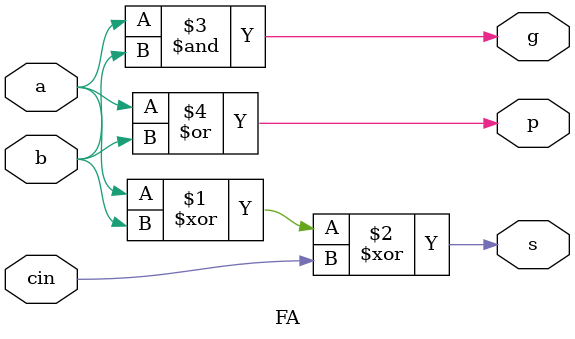
<source format=v>
module FA(a, b, cin, g, p, s);
    input a, b, cin;
    output g, p, s;

    // S
    assign s = a ^ b ^ cin;
    // G
    assign g = a & b;
    // P
    assign p = a | b;

endmodule
</source>
